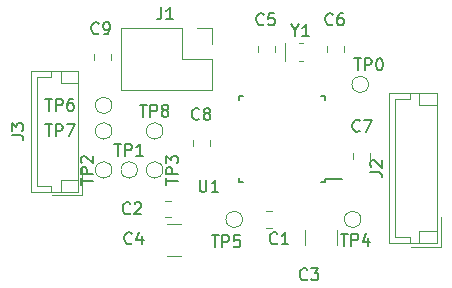
<source format=gbr>
G04 #@! TF.GenerationSoftware,KiCad,Pcbnew,(5.1.4)-1*
G04 #@! TF.CreationDate,2020-02-08T14:35:32-05:00*
G04 #@! TF.ProjectId,Psyduck,50737964-7563-46b2-9e6b-696361645f70,rev?*
G04 #@! TF.SameCoordinates,Original*
G04 #@! TF.FileFunction,Legend,Top*
G04 #@! TF.FilePolarity,Positive*
%FSLAX46Y46*%
G04 Gerber Fmt 4.6, Leading zero omitted, Abs format (unit mm)*
G04 Created by KiCad (PCBNEW (5.1.4)-1) date 2020-02-08 14:35:32*
%MOMM*%
%LPD*%
G04 APERTURE LIST*
%ADD10C,0.120000*%
%ADD11C,0.150000*%
G04 APERTURE END LIST*
D10*
X17850000Y-29580000D02*
X17850000Y-27080000D01*
X15350000Y-29580000D02*
X17850000Y-29580000D01*
X16050000Y-20060000D02*
X17550000Y-20060000D01*
X16050000Y-19060000D02*
X16050000Y-20060000D01*
X16050000Y-28280000D02*
X17550000Y-28280000D01*
X16050000Y-29280000D02*
X16050000Y-28280000D01*
X15240000Y-19560000D02*
X15240000Y-19060000D01*
X14030000Y-19560000D02*
X15240000Y-19560000D01*
X14030000Y-28780000D02*
X14030000Y-19560000D01*
X15240000Y-28780000D02*
X14030000Y-28780000D01*
X15240000Y-29280000D02*
X15240000Y-28780000D01*
X13530000Y-19060000D02*
X13530000Y-29280000D01*
X17550000Y-19060000D02*
X13530000Y-19060000D01*
X17550000Y-29280000D02*
X17550000Y-19060000D01*
X13530000Y-29280000D02*
X17550000Y-29280000D01*
X35022800Y-16699800D02*
X35022800Y-18199800D01*
X36222800Y-18249800D02*
X36522800Y-18249800D01*
X36222800Y-16649800D02*
X36522800Y-16649800D01*
X48203000Y-33945000D02*
X48203000Y-31445000D01*
X45703000Y-33945000D02*
X48203000Y-33945000D01*
X46403000Y-21925000D02*
X47903000Y-21925000D01*
X46403000Y-20925000D02*
X46403000Y-21925000D01*
X46403000Y-32645000D02*
X47903000Y-32645000D01*
X46403000Y-33645000D02*
X46403000Y-32645000D01*
X45593000Y-21425000D02*
X45593000Y-20925000D01*
X44383000Y-21425000D02*
X45593000Y-21425000D01*
X44383000Y-33145000D02*
X44383000Y-21425000D01*
X45593000Y-33145000D02*
X44383000Y-33145000D01*
X45593000Y-33645000D02*
X45593000Y-33145000D01*
X43883000Y-20925000D02*
X43883000Y-33645000D01*
X47903000Y-20925000D02*
X43883000Y-20925000D01*
X47903000Y-33645000D02*
X47903000Y-20925000D01*
X43883000Y-33645000D02*
X47903000Y-33645000D01*
D11*
X38404000Y-28224000D02*
X39829000Y-28224000D01*
X31154000Y-28449000D02*
X31479000Y-28449000D01*
X31154000Y-21199000D02*
X31479000Y-21199000D01*
X38404000Y-21199000D02*
X38079000Y-21199000D01*
X38404000Y-28449000D02*
X38079000Y-28449000D01*
X38404000Y-21199000D02*
X38404000Y-21524000D01*
X31154000Y-21199000D02*
X31154000Y-21524000D01*
X31154000Y-28449000D02*
X31154000Y-28124000D01*
X38404000Y-28449000D02*
X38404000Y-28224000D01*
D10*
X24703000Y-24130000D02*
G75*
G03X24703000Y-24130000I-700000J0D01*
G01*
X36740000Y-32544936D02*
X36740000Y-33749064D01*
X39460000Y-32544936D02*
X39460000Y-33749064D01*
X25015436Y-34761000D02*
X26219564Y-34761000D01*
X25015436Y-32041000D02*
X26219564Y-32041000D01*
X20385000Y-24130000D02*
G75*
G03X20385000Y-24130000I-700000J0D01*
G01*
X20385000Y-21971000D02*
G75*
G03X20385000Y-21971000I-700000J0D01*
G01*
X31434000Y-31623000D02*
G75*
G03X31434000Y-31623000I-700000J0D01*
G01*
X41467000Y-31623000D02*
G75*
G03X41467000Y-31623000I-700000J0D01*
G01*
X24703000Y-27432000D02*
G75*
G03X24703000Y-27432000I-700000J0D01*
G01*
X20385000Y-27432000D02*
G75*
G03X20385000Y-27432000I-700000J0D01*
G01*
X22544000Y-27432000D02*
G75*
G03X22544000Y-27432000I-700000J0D01*
G01*
X42102000Y-20193000D02*
G75*
G03X42102000Y-20193000I-700000J0D01*
G01*
X33925252Y-30913000D02*
X33402748Y-30913000D01*
X33925252Y-32333000D02*
X33402748Y-32333000D01*
X40819000Y-26027748D02*
X40819000Y-26550252D01*
X42239000Y-26027748D02*
X42239000Y-26550252D01*
X27230000Y-24893748D02*
X27230000Y-25416252D01*
X28650000Y-24893748D02*
X28650000Y-25416252D01*
X18848000Y-17645748D02*
X18848000Y-18168252D01*
X20268000Y-17645748D02*
X20268000Y-18168252D01*
X34161800Y-17448052D02*
X34161800Y-16925548D01*
X32741800Y-17448052D02*
X32741800Y-16925548D01*
X40003800Y-17448052D02*
X40003800Y-16925548D01*
X38583800Y-17448052D02*
X38583800Y-16925548D01*
X24884748Y-31444000D02*
X25407252Y-31444000D01*
X24884748Y-30024000D02*
X25407252Y-30024000D01*
X28889000Y-15434000D02*
X28889000Y-16764000D01*
X27559000Y-15434000D02*
X28889000Y-15434000D01*
X28889000Y-18034000D02*
X28889000Y-20634000D01*
X26289000Y-18034000D02*
X28889000Y-18034000D01*
X26289000Y-15434000D02*
X26289000Y-18034000D01*
X28889000Y-20634000D02*
X21149000Y-20634000D01*
X26289000Y-15434000D02*
X21149000Y-15434000D01*
X21149000Y-15434000D02*
X21149000Y-20634000D01*
D11*
X11892380Y-24503333D02*
X12606666Y-24503333D01*
X12749523Y-24550952D01*
X12844761Y-24646190D01*
X12892380Y-24789047D01*
X12892380Y-24884285D01*
X11892380Y-24122380D02*
X11892380Y-23503333D01*
X12273333Y-23836666D01*
X12273333Y-23693809D01*
X12320952Y-23598571D01*
X12368571Y-23550952D01*
X12463809Y-23503333D01*
X12701904Y-23503333D01*
X12797142Y-23550952D01*
X12844761Y-23598571D01*
X12892380Y-23693809D01*
X12892380Y-23979523D01*
X12844761Y-24074761D01*
X12797142Y-24122380D01*
X35896609Y-15625990D02*
X35896609Y-16102180D01*
X35563276Y-15102180D02*
X35896609Y-15625990D01*
X36229942Y-15102180D01*
X37087085Y-16102180D02*
X36515657Y-16102180D01*
X36801371Y-16102180D02*
X36801371Y-15102180D01*
X36706133Y-15245038D01*
X36610895Y-15340276D01*
X36515657Y-15387895D01*
X42245380Y-27618333D02*
X42959666Y-27618333D01*
X43102523Y-27665952D01*
X43197761Y-27761190D01*
X43245380Y-27904047D01*
X43245380Y-27999285D01*
X42340619Y-27189761D02*
X42293000Y-27142142D01*
X42245380Y-27046904D01*
X42245380Y-26808809D01*
X42293000Y-26713571D01*
X42340619Y-26665952D01*
X42435857Y-26618333D01*
X42531095Y-26618333D01*
X42673952Y-26665952D01*
X43245380Y-27237380D01*
X43245380Y-26618333D01*
X27813095Y-28281380D02*
X27813095Y-29090904D01*
X27860714Y-29186142D01*
X27908333Y-29233761D01*
X28003571Y-29281380D01*
X28194047Y-29281380D01*
X28289285Y-29233761D01*
X28336904Y-29186142D01*
X28384523Y-29090904D01*
X28384523Y-28281380D01*
X29384523Y-29281380D02*
X28813095Y-29281380D01*
X29098809Y-29281380D02*
X29098809Y-28281380D01*
X29003571Y-28424238D01*
X28908333Y-28519476D01*
X28813095Y-28567095D01*
X22741095Y-21931380D02*
X23312523Y-21931380D01*
X23026809Y-22931380D02*
X23026809Y-21931380D01*
X23645857Y-22931380D02*
X23645857Y-21931380D01*
X24026809Y-21931380D01*
X24122047Y-21979000D01*
X24169666Y-22026619D01*
X24217285Y-22121857D01*
X24217285Y-22264714D01*
X24169666Y-22359952D01*
X24122047Y-22407571D01*
X24026809Y-22455190D01*
X23645857Y-22455190D01*
X24788714Y-22359952D02*
X24693476Y-22312333D01*
X24645857Y-22264714D01*
X24598238Y-22169476D01*
X24598238Y-22121857D01*
X24645857Y-22026619D01*
X24693476Y-21979000D01*
X24788714Y-21931380D01*
X24979190Y-21931380D01*
X25074428Y-21979000D01*
X25122047Y-22026619D01*
X25169666Y-22121857D01*
X25169666Y-22169476D01*
X25122047Y-22264714D01*
X25074428Y-22312333D01*
X24979190Y-22359952D01*
X24788714Y-22359952D01*
X24693476Y-22407571D01*
X24645857Y-22455190D01*
X24598238Y-22550428D01*
X24598238Y-22740904D01*
X24645857Y-22836142D01*
X24693476Y-22883761D01*
X24788714Y-22931380D01*
X24979190Y-22931380D01*
X25074428Y-22883761D01*
X25122047Y-22836142D01*
X25169666Y-22740904D01*
X25169666Y-22550428D01*
X25122047Y-22455190D01*
X25074428Y-22407571D01*
X24979190Y-22359952D01*
X36917333Y-36679142D02*
X36869714Y-36726761D01*
X36726857Y-36774380D01*
X36631619Y-36774380D01*
X36488761Y-36726761D01*
X36393523Y-36631523D01*
X36345904Y-36536285D01*
X36298285Y-36345809D01*
X36298285Y-36202952D01*
X36345904Y-36012476D01*
X36393523Y-35917238D01*
X36488761Y-35822000D01*
X36631619Y-35774380D01*
X36726857Y-35774380D01*
X36869714Y-35822000D01*
X36917333Y-35869619D01*
X37250666Y-35774380D02*
X37869714Y-35774380D01*
X37536380Y-36155333D01*
X37679238Y-36155333D01*
X37774476Y-36202952D01*
X37822095Y-36250571D01*
X37869714Y-36345809D01*
X37869714Y-36583904D01*
X37822095Y-36679142D01*
X37774476Y-36726761D01*
X37679238Y-36774380D01*
X37393523Y-36774380D01*
X37298285Y-36726761D01*
X37250666Y-36679142D01*
X22058333Y-33631142D02*
X22010714Y-33678761D01*
X21867857Y-33726380D01*
X21772619Y-33726380D01*
X21629761Y-33678761D01*
X21534523Y-33583523D01*
X21486904Y-33488285D01*
X21439285Y-33297809D01*
X21439285Y-33154952D01*
X21486904Y-32964476D01*
X21534523Y-32869238D01*
X21629761Y-32774000D01*
X21772619Y-32726380D01*
X21867857Y-32726380D01*
X22010714Y-32774000D01*
X22058333Y-32821619D01*
X22915476Y-33059714D02*
X22915476Y-33726380D01*
X22677380Y-32678761D02*
X22439285Y-33393047D01*
X23058333Y-33393047D01*
X14740095Y-23582380D02*
X15311523Y-23582380D01*
X15025809Y-24582380D02*
X15025809Y-23582380D01*
X15644857Y-24582380D02*
X15644857Y-23582380D01*
X16025809Y-23582380D01*
X16121047Y-23630000D01*
X16168666Y-23677619D01*
X16216285Y-23772857D01*
X16216285Y-23915714D01*
X16168666Y-24010952D01*
X16121047Y-24058571D01*
X16025809Y-24106190D01*
X15644857Y-24106190D01*
X16549619Y-23582380D02*
X17216285Y-23582380D01*
X16787714Y-24582380D01*
X14740095Y-21423380D02*
X15311523Y-21423380D01*
X15025809Y-22423380D02*
X15025809Y-21423380D01*
X15644857Y-22423380D02*
X15644857Y-21423380D01*
X16025809Y-21423380D01*
X16121047Y-21471000D01*
X16168666Y-21518619D01*
X16216285Y-21613857D01*
X16216285Y-21756714D01*
X16168666Y-21851952D01*
X16121047Y-21899571D01*
X16025809Y-21947190D01*
X15644857Y-21947190D01*
X17073428Y-21423380D02*
X16882952Y-21423380D01*
X16787714Y-21471000D01*
X16740095Y-21518619D01*
X16644857Y-21661476D01*
X16597238Y-21851952D01*
X16597238Y-22232904D01*
X16644857Y-22328142D01*
X16692476Y-22375761D01*
X16787714Y-22423380D01*
X16978190Y-22423380D01*
X17073428Y-22375761D01*
X17121047Y-22328142D01*
X17168666Y-22232904D01*
X17168666Y-21994809D01*
X17121047Y-21899571D01*
X17073428Y-21851952D01*
X16978190Y-21804333D01*
X16787714Y-21804333D01*
X16692476Y-21851952D01*
X16644857Y-21899571D01*
X16597238Y-21994809D01*
X28837095Y-32980380D02*
X29408523Y-32980380D01*
X29122809Y-33980380D02*
X29122809Y-32980380D01*
X29741857Y-33980380D02*
X29741857Y-32980380D01*
X30122809Y-32980380D01*
X30218047Y-33028000D01*
X30265666Y-33075619D01*
X30313285Y-33170857D01*
X30313285Y-33313714D01*
X30265666Y-33408952D01*
X30218047Y-33456571D01*
X30122809Y-33504190D01*
X29741857Y-33504190D01*
X31218047Y-32980380D02*
X30741857Y-32980380D01*
X30694238Y-33456571D01*
X30741857Y-33408952D01*
X30837095Y-33361333D01*
X31075190Y-33361333D01*
X31170428Y-33408952D01*
X31218047Y-33456571D01*
X31265666Y-33551809D01*
X31265666Y-33789904D01*
X31218047Y-33885142D01*
X31170428Y-33932761D01*
X31075190Y-33980380D01*
X30837095Y-33980380D01*
X30741857Y-33932761D01*
X30694238Y-33885142D01*
X39759095Y-32853380D02*
X40330523Y-32853380D01*
X40044809Y-33853380D02*
X40044809Y-32853380D01*
X40663857Y-33853380D02*
X40663857Y-32853380D01*
X41044809Y-32853380D01*
X41140047Y-32901000D01*
X41187666Y-32948619D01*
X41235285Y-33043857D01*
X41235285Y-33186714D01*
X41187666Y-33281952D01*
X41140047Y-33329571D01*
X41044809Y-33377190D01*
X40663857Y-33377190D01*
X42092428Y-33186714D02*
X42092428Y-33853380D01*
X41854333Y-32805761D02*
X41616238Y-33520047D01*
X42235285Y-33520047D01*
X24979380Y-28693904D02*
X24979380Y-28122476D01*
X25979380Y-28408190D02*
X24979380Y-28408190D01*
X25979380Y-27789142D02*
X24979380Y-27789142D01*
X24979380Y-27408190D01*
X25027000Y-27312952D01*
X25074619Y-27265333D01*
X25169857Y-27217714D01*
X25312714Y-27217714D01*
X25407952Y-27265333D01*
X25455571Y-27312952D01*
X25503190Y-27408190D01*
X25503190Y-27789142D01*
X24979380Y-26884380D02*
X24979380Y-26265333D01*
X25360333Y-26598666D01*
X25360333Y-26455809D01*
X25407952Y-26360571D01*
X25455571Y-26312952D01*
X25550809Y-26265333D01*
X25788904Y-26265333D01*
X25884142Y-26312952D01*
X25931761Y-26360571D01*
X25979380Y-26455809D01*
X25979380Y-26741523D01*
X25931761Y-26836761D01*
X25884142Y-26884380D01*
X17740380Y-28693904D02*
X17740380Y-28122476D01*
X18740380Y-28408190D02*
X17740380Y-28408190D01*
X18740380Y-27789142D02*
X17740380Y-27789142D01*
X17740380Y-27408190D01*
X17788000Y-27312952D01*
X17835619Y-27265333D01*
X17930857Y-27217714D01*
X18073714Y-27217714D01*
X18168952Y-27265333D01*
X18216571Y-27312952D01*
X18264190Y-27408190D01*
X18264190Y-27789142D01*
X17835619Y-26836761D02*
X17788000Y-26789142D01*
X17740380Y-26693904D01*
X17740380Y-26455809D01*
X17788000Y-26360571D01*
X17835619Y-26312952D01*
X17930857Y-26265333D01*
X18026095Y-26265333D01*
X18168952Y-26312952D01*
X18740380Y-26884380D01*
X18740380Y-26265333D01*
X20582095Y-25233380D02*
X21153523Y-25233380D01*
X20867809Y-26233380D02*
X20867809Y-25233380D01*
X21486857Y-26233380D02*
X21486857Y-25233380D01*
X21867809Y-25233380D01*
X21963047Y-25281000D01*
X22010666Y-25328619D01*
X22058285Y-25423857D01*
X22058285Y-25566714D01*
X22010666Y-25661952D01*
X21963047Y-25709571D01*
X21867809Y-25757190D01*
X21486857Y-25757190D01*
X23010666Y-26233380D02*
X22439238Y-26233380D01*
X22724952Y-26233380D02*
X22724952Y-25233380D01*
X22629714Y-25376238D01*
X22534476Y-25471476D01*
X22439238Y-25519095D01*
X40902095Y-17994380D02*
X41473523Y-17994380D01*
X41187809Y-18994380D02*
X41187809Y-17994380D01*
X41806857Y-18994380D02*
X41806857Y-17994380D01*
X42187809Y-17994380D01*
X42283047Y-18042000D01*
X42330666Y-18089619D01*
X42378285Y-18184857D01*
X42378285Y-18327714D01*
X42330666Y-18422952D01*
X42283047Y-18470571D01*
X42187809Y-18518190D01*
X41806857Y-18518190D01*
X42997333Y-17994380D02*
X43092571Y-17994380D01*
X43187809Y-18042000D01*
X43235428Y-18089619D01*
X43283047Y-18184857D01*
X43330666Y-18375333D01*
X43330666Y-18613428D01*
X43283047Y-18803904D01*
X43235428Y-18899142D01*
X43187809Y-18946761D01*
X43092571Y-18994380D01*
X42997333Y-18994380D01*
X42902095Y-18946761D01*
X42854476Y-18899142D01*
X42806857Y-18803904D01*
X42759238Y-18613428D01*
X42759238Y-18375333D01*
X42806857Y-18184857D01*
X42854476Y-18089619D01*
X42902095Y-18042000D01*
X42997333Y-17994380D01*
X34377333Y-33631142D02*
X34329714Y-33678761D01*
X34186857Y-33726380D01*
X34091619Y-33726380D01*
X33948761Y-33678761D01*
X33853523Y-33583523D01*
X33805904Y-33488285D01*
X33758285Y-33297809D01*
X33758285Y-33154952D01*
X33805904Y-32964476D01*
X33853523Y-32869238D01*
X33948761Y-32774000D01*
X34091619Y-32726380D01*
X34186857Y-32726380D01*
X34329714Y-32774000D01*
X34377333Y-32821619D01*
X35329714Y-33726380D02*
X34758285Y-33726380D01*
X35044000Y-33726380D02*
X35044000Y-32726380D01*
X34948761Y-32869238D01*
X34853523Y-32964476D01*
X34758285Y-33012095D01*
X41362333Y-24106142D02*
X41314714Y-24153761D01*
X41171857Y-24201380D01*
X41076619Y-24201380D01*
X40933761Y-24153761D01*
X40838523Y-24058523D01*
X40790904Y-23963285D01*
X40743285Y-23772809D01*
X40743285Y-23629952D01*
X40790904Y-23439476D01*
X40838523Y-23344238D01*
X40933761Y-23249000D01*
X41076619Y-23201380D01*
X41171857Y-23201380D01*
X41314714Y-23249000D01*
X41362333Y-23296619D01*
X41695666Y-23201380D02*
X42362333Y-23201380D01*
X41933761Y-24201380D01*
X27773333Y-23108142D02*
X27725714Y-23155761D01*
X27582857Y-23203380D01*
X27487619Y-23203380D01*
X27344761Y-23155761D01*
X27249523Y-23060523D01*
X27201904Y-22965285D01*
X27154285Y-22774809D01*
X27154285Y-22631952D01*
X27201904Y-22441476D01*
X27249523Y-22346238D01*
X27344761Y-22251000D01*
X27487619Y-22203380D01*
X27582857Y-22203380D01*
X27725714Y-22251000D01*
X27773333Y-22298619D01*
X28344761Y-22631952D02*
X28249523Y-22584333D01*
X28201904Y-22536714D01*
X28154285Y-22441476D01*
X28154285Y-22393857D01*
X28201904Y-22298619D01*
X28249523Y-22251000D01*
X28344761Y-22203380D01*
X28535238Y-22203380D01*
X28630476Y-22251000D01*
X28678095Y-22298619D01*
X28725714Y-22393857D01*
X28725714Y-22441476D01*
X28678095Y-22536714D01*
X28630476Y-22584333D01*
X28535238Y-22631952D01*
X28344761Y-22631952D01*
X28249523Y-22679571D01*
X28201904Y-22727190D01*
X28154285Y-22822428D01*
X28154285Y-23012904D01*
X28201904Y-23108142D01*
X28249523Y-23155761D01*
X28344761Y-23203380D01*
X28535238Y-23203380D01*
X28630476Y-23155761D01*
X28678095Y-23108142D01*
X28725714Y-23012904D01*
X28725714Y-22822428D01*
X28678095Y-22727190D01*
X28630476Y-22679571D01*
X28535238Y-22631952D01*
X19264333Y-15851142D02*
X19216714Y-15898761D01*
X19073857Y-15946380D01*
X18978619Y-15946380D01*
X18835761Y-15898761D01*
X18740523Y-15803523D01*
X18692904Y-15708285D01*
X18645285Y-15517809D01*
X18645285Y-15374952D01*
X18692904Y-15184476D01*
X18740523Y-15089238D01*
X18835761Y-14994000D01*
X18978619Y-14946380D01*
X19073857Y-14946380D01*
X19216714Y-14994000D01*
X19264333Y-15041619D01*
X19740523Y-15946380D02*
X19931000Y-15946380D01*
X20026238Y-15898761D01*
X20073857Y-15851142D01*
X20169095Y-15708285D01*
X20216714Y-15517809D01*
X20216714Y-15136857D01*
X20169095Y-15041619D01*
X20121476Y-14994000D01*
X20026238Y-14946380D01*
X19835761Y-14946380D01*
X19740523Y-14994000D01*
X19692904Y-15041619D01*
X19645285Y-15136857D01*
X19645285Y-15374952D01*
X19692904Y-15470190D01*
X19740523Y-15517809D01*
X19835761Y-15565428D01*
X20026238Y-15565428D01*
X20121476Y-15517809D01*
X20169095Y-15470190D01*
X20216714Y-15374952D01*
X33234333Y-15089142D02*
X33186714Y-15136761D01*
X33043857Y-15184380D01*
X32948619Y-15184380D01*
X32805761Y-15136761D01*
X32710523Y-15041523D01*
X32662904Y-14946285D01*
X32615285Y-14755809D01*
X32615285Y-14612952D01*
X32662904Y-14422476D01*
X32710523Y-14327238D01*
X32805761Y-14232000D01*
X32948619Y-14184380D01*
X33043857Y-14184380D01*
X33186714Y-14232000D01*
X33234333Y-14279619D01*
X34139095Y-14184380D02*
X33662904Y-14184380D01*
X33615285Y-14660571D01*
X33662904Y-14612952D01*
X33758142Y-14565333D01*
X33996238Y-14565333D01*
X34091476Y-14612952D01*
X34139095Y-14660571D01*
X34186714Y-14755809D01*
X34186714Y-14993904D01*
X34139095Y-15089142D01*
X34091476Y-15136761D01*
X33996238Y-15184380D01*
X33758142Y-15184380D01*
X33662904Y-15136761D01*
X33615285Y-15089142D01*
X39076333Y-15089142D02*
X39028714Y-15136761D01*
X38885857Y-15184380D01*
X38790619Y-15184380D01*
X38647761Y-15136761D01*
X38552523Y-15041523D01*
X38504904Y-14946285D01*
X38457285Y-14755809D01*
X38457285Y-14612952D01*
X38504904Y-14422476D01*
X38552523Y-14327238D01*
X38647761Y-14232000D01*
X38790619Y-14184380D01*
X38885857Y-14184380D01*
X39028714Y-14232000D01*
X39076333Y-14279619D01*
X39933476Y-14184380D02*
X39743000Y-14184380D01*
X39647761Y-14232000D01*
X39600142Y-14279619D01*
X39504904Y-14422476D01*
X39457285Y-14612952D01*
X39457285Y-14993904D01*
X39504904Y-15089142D01*
X39552523Y-15136761D01*
X39647761Y-15184380D01*
X39838238Y-15184380D01*
X39933476Y-15136761D01*
X39981095Y-15089142D01*
X40028714Y-14993904D01*
X40028714Y-14755809D01*
X39981095Y-14660571D01*
X39933476Y-14612952D01*
X39838238Y-14565333D01*
X39647761Y-14565333D01*
X39552523Y-14612952D01*
X39504904Y-14660571D01*
X39457285Y-14755809D01*
X21931333Y-31091142D02*
X21883714Y-31138761D01*
X21740857Y-31186380D01*
X21645619Y-31186380D01*
X21502761Y-31138761D01*
X21407523Y-31043523D01*
X21359904Y-30948285D01*
X21312285Y-30757809D01*
X21312285Y-30614952D01*
X21359904Y-30424476D01*
X21407523Y-30329238D01*
X21502761Y-30234000D01*
X21645619Y-30186380D01*
X21740857Y-30186380D01*
X21883714Y-30234000D01*
X21931333Y-30281619D01*
X22312285Y-30281619D02*
X22359904Y-30234000D01*
X22455142Y-30186380D01*
X22693238Y-30186380D01*
X22788476Y-30234000D01*
X22836095Y-30281619D01*
X22883714Y-30376857D01*
X22883714Y-30472095D01*
X22836095Y-30614952D01*
X22264666Y-31186380D01*
X22883714Y-31186380D01*
X24558666Y-13676380D02*
X24558666Y-14390666D01*
X24511047Y-14533523D01*
X24415809Y-14628761D01*
X24272952Y-14676380D01*
X24177714Y-14676380D01*
X25558666Y-14676380D02*
X24987238Y-14676380D01*
X25272952Y-14676380D02*
X25272952Y-13676380D01*
X25177714Y-13819238D01*
X25082476Y-13914476D01*
X24987238Y-13962095D01*
M02*

</source>
